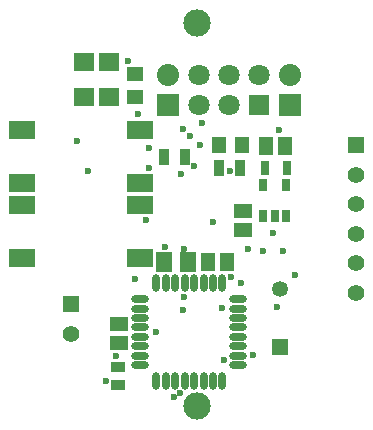
<source format=gbs>
G04*
G04 #@! TF.GenerationSoftware,Altium Limited,Altium Designer,24.2.2 (26)*
G04*
G04 Layer_Color=16711935*
%FSLAX25Y25*%
%MOIN*%
G70*
G04*
G04 #@! TF.SameCoordinates,6727E026-D54A-49E6-9AE1-AA62B6963756*
G04*
G04*
G04 #@! TF.FilePolarity,Negative*
G04*
G01*
G75*
%ADD14R,0.05756X0.04953*%
%ADD19R,0.02756X0.05118*%
%ADD25R,0.06890X0.06102*%
%ADD27R,0.06496X0.04646*%
%ADD31C,0.05315*%
%ADD32R,0.05315X0.05315*%
%ADD33C,0.05512*%
%ADD34R,0.05512X0.05512*%
%ADD35C,0.07087*%
%ADD36R,0.07087X0.07087*%
%ADD37C,0.09165*%
%ADD38R,0.07382X0.07382*%
%ADD39C,0.07382*%
%ADD40C,0.02362*%
%ADD54R,0.02598X0.03937*%
%ADD55R,0.04953X0.05756*%
%ADD57R,0.03543X0.05512*%
%ADD59R,0.04969X0.03378*%
%ADD62O,0.05906X0.02756*%
%ADD63O,0.02756X0.05906*%
%ADD64R,0.05512X0.06693*%
%ADD65R,0.08858X0.06102*%
%ADD66R,0.04646X0.06496*%
D14*
X-20400Y39054D02*
D03*
Y46746D02*
D03*
D19*
X22638Y15551D02*
D03*
X30118D02*
D03*
D25*
X-29200Y51006D02*
D03*
Y39194D02*
D03*
X-37700Y50906D02*
D03*
Y39095D02*
D03*
D27*
X15551Y-5059D02*
D03*
Y1319D02*
D03*
X-25984Y-42756D02*
D03*
Y-36378D02*
D03*
D31*
X27756Y-24783D02*
D03*
D32*
Y-43996D02*
D03*
D33*
X-41929Y-39764D02*
D03*
X53217Y-26106D02*
D03*
Y-16264D02*
D03*
Y-6421D02*
D03*
Y3421D02*
D03*
Y13264D02*
D03*
D34*
X-41929Y-29921D02*
D03*
X53217Y23106D02*
D03*
D35*
X728Y46654D02*
D03*
Y36654D02*
D03*
X10728Y46654D02*
D03*
Y36654D02*
D03*
X20728Y46654D02*
D03*
D36*
Y36654D02*
D03*
D37*
X0Y-63780D02*
D03*
Y63780D02*
D03*
D38*
X-9449Y36651D02*
D03*
X31201Y36652D02*
D03*
D39*
X-9449Y46651D02*
D03*
X31201Y46652D02*
D03*
D40*
X18900Y-46900D02*
D03*
X26800Y-30900D02*
D03*
X-4500Y-31636D02*
D03*
X-4200Y-27364D02*
D03*
X-15800Y22200D02*
D03*
X-10728Y-10827D02*
D03*
X-16000Y15600D02*
D03*
X28800Y-12000D02*
D03*
X22000Y-12235D02*
D03*
X11264Y14686D02*
D03*
X1659Y30659D02*
D03*
X-2223Y26177D02*
D03*
X1238Y23162D02*
D03*
X-4700Y28470D02*
D03*
X-13400Y-39000D02*
D03*
X-4232Y-11327D02*
D03*
X5300Y-2400D02*
D03*
X-36100Y14500D02*
D03*
X-19530Y33600D02*
D03*
X-744Y16104D02*
D03*
X14800Y-22900D02*
D03*
X25305Y-6040D02*
D03*
X-5375Y13411D02*
D03*
X11500Y-20800D02*
D03*
X32800Y-20200D02*
D03*
X-20400Y-21500D02*
D03*
X-22900Y51300D02*
D03*
X-7656Y-60857D02*
D03*
X-5500Y-59313D02*
D03*
X-30100Y-55513D02*
D03*
X-27000Y-47200D02*
D03*
X17000Y-11327D02*
D03*
X8600Y-31000D02*
D03*
X9000Y-48500D02*
D03*
X-16929Y-1673D02*
D03*
X27300Y28100D02*
D03*
X-39862Y24409D02*
D03*
D54*
X29740Y-477D02*
D03*
X26000D02*
D03*
X22260D02*
D03*
Y9877D02*
D03*
X29740D02*
D03*
D55*
X15165Y23130D02*
D03*
X7472D02*
D03*
D57*
X-3937Y19193D02*
D03*
X-11024D02*
D03*
X7382Y15650D02*
D03*
X14469D02*
D03*
D59*
X-26100Y-50741D02*
D03*
Y-56859D02*
D03*
D62*
X13913Y-28138D02*
D03*
Y-31287D02*
D03*
Y-34437D02*
D03*
Y-37587D02*
D03*
Y-40736D02*
D03*
Y-43886D02*
D03*
Y-47035D02*
D03*
Y-50185D02*
D03*
X-18764D02*
D03*
Y-47035D02*
D03*
Y-43886D02*
D03*
Y-40736D02*
D03*
Y-37587D02*
D03*
Y-34437D02*
D03*
Y-31287D02*
D03*
Y-28138D02*
D03*
D63*
X8598Y-55500D02*
D03*
X5449D02*
D03*
X2299D02*
D03*
X-850D02*
D03*
X-4000D02*
D03*
X-7150D02*
D03*
X-10299D02*
D03*
X-13449D02*
D03*
Y-22823D02*
D03*
X-10299D02*
D03*
X-7150D02*
D03*
X-4000D02*
D03*
X-850D02*
D03*
X2299D02*
D03*
X5449D02*
D03*
X8598D02*
D03*
D64*
X-11024Y-15650D02*
D03*
X-2953D02*
D03*
D65*
X-58169Y-14370D02*
D03*
X-18799D02*
D03*
X-58169Y3346D02*
D03*
X-18799D02*
D03*
X-58169Y10532D02*
D03*
X-18799D02*
D03*
X-58169Y28248D02*
D03*
X-18799D02*
D03*
D66*
X23189Y23031D02*
D03*
X29567D02*
D03*
X3602Y-15748D02*
D03*
X9980D02*
D03*
M02*

</source>
